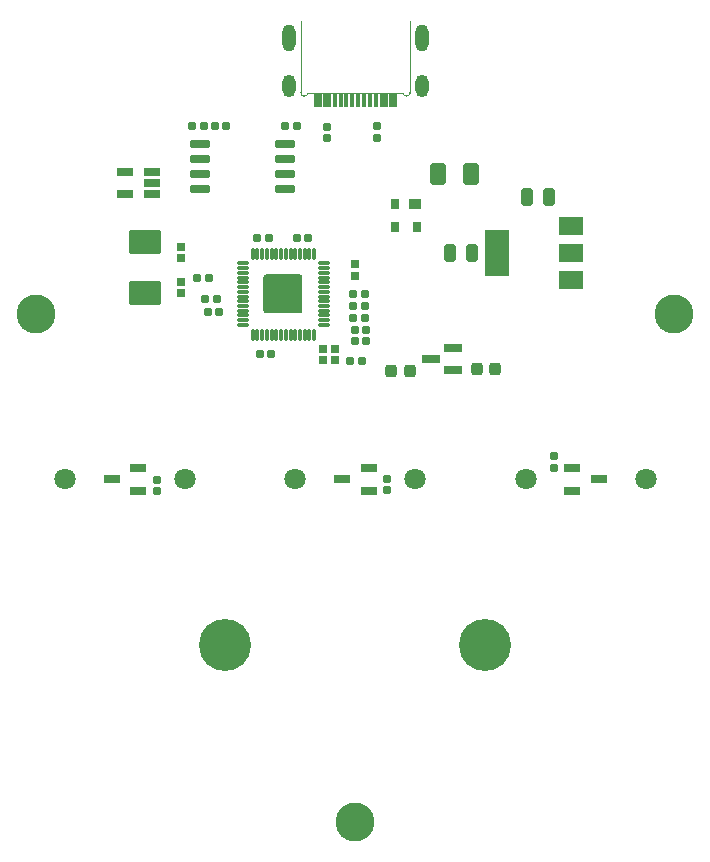
<source format=gbr>
%TF.GenerationSoftware,KiCad,Pcbnew,(7.0.0-0)*%
%TF.CreationDate,2023-03-14T21:41:36-05:00*%
%TF.ProjectId,RP2040_minimal,52503230-3430-45f6-9d69-6e696d616c2e,REV1*%
%TF.SameCoordinates,Original*%
%TF.FileFunction,Soldermask,Top*%
%TF.FilePolarity,Negative*%
%FSLAX46Y46*%
G04 Gerber Fmt 4.6, Leading zero omitted, Abs format (unit mm)*
G04 Created by KiCad (PCBNEW (7.0.0-0)) date 2023-03-14 21:41:36*
%MOMM*%
%LPD*%
G01*
G04 APERTURE LIST*
G04 Aperture macros list*
%AMRoundRect*
0 Rectangle with rounded corners*
0 $1 Rounding radius*
0 $2 $3 $4 $5 $6 $7 $8 $9 X,Y pos of 4 corners*
0 Add a 4 corners polygon primitive as box body*
4,1,4,$2,$3,$4,$5,$6,$7,$8,$9,$2,$3,0*
0 Add four circle primitives for the rounded corners*
1,1,$1+$1,$2,$3*
1,1,$1+$1,$4,$5*
1,1,$1+$1,$6,$7*
1,1,$1+$1,$8,$9*
0 Add four rect primitives between the rounded corners*
20,1,$1+$1,$2,$3,$4,$5,0*
20,1,$1+$1,$4,$5,$6,$7,0*
20,1,$1+$1,$6,$7,$8,$9,0*
20,1,$1+$1,$8,$9,$2,$3,0*%
G04 Aperture macros list end*
%TA.AperFunction,Profile*%
%ADD10C,0.120000*%
%TD*%
%ADD11RoundRect,0.294750X0.243750X0.456250X-0.243750X0.456250X-0.243750X-0.456250X0.243750X-0.456250X0*%
%ADD12RoundRect,0.198500X-0.147500X-0.172500X0.147500X-0.172500X0.147500X0.172500X-0.147500X0.172500X0*%
%ADD13RoundRect,0.198500X0.147500X0.172500X-0.147500X0.172500X-0.147500X-0.172500X0.147500X-0.172500X0*%
%ADD14RoundRect,0.051000X1.000000X0.750000X-1.000000X0.750000X-1.000000X-0.750000X1.000000X-0.750000X0*%
%ADD15RoundRect,0.051000X1.000000X1.900000X-1.000000X1.900000X-1.000000X-1.900000X1.000000X-1.900000X0*%
%ADD16RoundRect,0.201000X-0.650000X-0.150000X0.650000X-0.150000X0.650000X0.150000X-0.650000X0.150000X0*%
%ADD17RoundRect,0.198500X-0.172500X0.147500X-0.172500X-0.147500X0.172500X-0.147500X0.172500X0.147500X0*%
%ADD18RoundRect,0.101000X-0.050000X0.387500X-0.050000X-0.387500X0.050000X-0.387500X0.050000X0.387500X0*%
%ADD19RoundRect,0.101000X-0.387500X0.050000X-0.387500X-0.050000X0.387500X-0.050000X0.387500X0.050000X0*%
%ADD20RoundRect,0.195000X-1.456000X1.456000X-1.456000X-1.456000X1.456000X-1.456000X1.456000X1.456000X0*%
%ADD21RoundRect,0.198500X0.172500X-0.147500X0.172500X0.147500X-0.172500X0.147500X-0.172500X-0.147500X0*%
%ADD22RoundRect,0.051000X-1.300000X0.950000X-1.300000X-0.950000X1.300000X-0.950000X1.300000X0.950000X0*%
%ADD23RoundRect,0.191000X0.140000X0.170000X-0.140000X0.170000X-0.140000X-0.170000X0.140000X-0.170000X0*%
%ADD24RoundRect,0.201000X0.512500X0.150000X-0.512500X0.150000X-0.512500X-0.150000X0.512500X-0.150000X0*%
%ADD25RoundRect,0.276000X0.225000X0.250000X-0.225000X0.250000X-0.225000X-0.250000X0.225000X-0.250000X0*%
%ADD26RoundRect,0.201000X-0.512500X-0.150000X0.512500X-0.150000X0.512500X0.150000X-0.512500X0.150000X0*%
%ADD27RoundRect,0.050000X0.500000X0.350000X-0.500000X0.350000X-0.500000X-0.350000X0.500000X-0.350000X0*%
%ADD28RoundRect,0.050000X0.300000X0.350000X-0.300000X0.350000X-0.300000X-0.350000X0.300000X-0.350000X0*%
%ADD29RoundRect,0.201000X0.587500X0.150000X-0.587500X0.150000X-0.587500X-0.150000X0.587500X-0.150000X0*%
%ADD30RoundRect,0.191000X-0.170000X0.140000X-0.170000X-0.140000X0.170000X-0.140000X0.170000X0.140000X0*%
%ADD31RoundRect,0.191000X-0.140000X-0.170000X0.140000X-0.170000X0.140000X0.170000X-0.140000X0.170000X0*%
%ADD32RoundRect,0.051000X0.300000X0.575000X-0.300000X0.575000X-0.300000X-0.575000X0.300000X-0.575000X0*%
%ADD33RoundRect,0.051000X0.150000X0.575000X-0.150000X0.575000X-0.150000X-0.575000X0.150000X-0.575000X0*%
%ADD34O,1.102000X1.902000*%
%ADD35O,1.102000X2.302000*%
%ADD36RoundRect,0.301000X-0.375000X-0.625000X0.375000X-0.625000X0.375000X0.625000X-0.375000X0.625000X0*%
%ADD37C,3.302000*%
%ADD38C,1.802000*%
%ADD39C,4.402000*%
G04 APERTURE END LIST*
D10*
%TO.C,P1*%
X4620000Y32750000D02*
X4625000Y38850000D01*
X4025000Y32725000D02*
X-4025000Y32725000D01*
X-4620000Y32750000D02*
X-4620000Y38850000D01*
X4025000Y32725000D02*
G75*
G03*
X4620000Y32750000I297500J12500D01*
G01*
X-4620000Y32750000D02*
G75*
G03*
X-4025000Y32725000I297500J-12500D01*
G01*
%TD*%
D11*
%TO.C,C2*%
X9907500Y19150000D03*
X8032500Y19150000D03*
%TD*%
D12*
%TO.C,C12*%
X-45000Y11682500D03*
X925000Y11682500D03*
%TD*%
%TO.C,C11*%
X-45000Y12682500D03*
X925000Y12682500D03*
%TD*%
D13*
%TO.C,C8*%
X-7115000Y10635000D03*
X-8085000Y10635000D03*
%TD*%
D14*
%TO.C,U1*%
X18280000Y16880000D03*
X18280000Y19180000D03*
D15*
X11980000Y19180000D03*
D14*
X18280000Y21480000D03*
%TD*%
D16*
%TO.C,U4*%
X-13155000Y28412500D03*
X-13155000Y27142500D03*
X-13155000Y25872500D03*
X-13155000Y24602500D03*
X-5955000Y24602500D03*
X-5955000Y25872500D03*
X-5955000Y27142500D03*
X-5955000Y28412500D03*
%TD*%
D17*
%TO.C,C17*%
X-14792519Y16724000D03*
X-14792519Y15754000D03*
%TD*%
D12*
%TO.C,C5*%
X-160000Y15715000D03*
X810000Y15715000D03*
%TD*%
D13*
%TO.C,C7*%
X-3992500Y20402500D03*
X-4962500Y20402500D03*
%TD*%
%TO.C,C10*%
X-11740000Y15279000D03*
X-12710000Y15279000D03*
%TD*%
%TO.C,R5*%
X810876Y14697500D03*
X-159124Y14697500D03*
%TD*%
%TO.C,C4*%
X-11500000Y14172500D03*
X-12470000Y14172500D03*
%TD*%
D11*
%TO.C,C1*%
X16387500Y23940000D03*
X14512500Y23940000D03*
%TD*%
D13*
%TO.C,C6*%
X-7342500Y20432500D03*
X-8312500Y20432500D03*
%TD*%
D18*
%TO.C,U5*%
X-3485000Y19122500D03*
X-3885000Y19122500D03*
X-4285000Y19122500D03*
X-4685000Y19122500D03*
X-5085000Y19122500D03*
X-5485000Y19122500D03*
X-5885000Y19122500D03*
X-6285000Y19122500D03*
X-6685000Y19122500D03*
X-7085000Y19122500D03*
X-7485000Y19122500D03*
X-7885000Y19122500D03*
X-8285000Y19122500D03*
X-8685000Y19122500D03*
D19*
X-9522500Y18285000D03*
X-9522500Y17885000D03*
X-9522500Y17485000D03*
X-9522500Y17085000D03*
X-9522500Y16685000D03*
X-9522500Y16285000D03*
X-9522500Y15885000D03*
X-9522500Y15485000D03*
X-9522500Y15085000D03*
X-9522500Y14685000D03*
X-9522500Y14285000D03*
X-9522500Y13885000D03*
X-9522500Y13485000D03*
X-9522500Y13085000D03*
D18*
X-8685000Y12247500D03*
X-8285000Y12247500D03*
X-7885000Y12247500D03*
X-7485000Y12247500D03*
X-7085000Y12247500D03*
X-6685000Y12247500D03*
X-6285000Y12247500D03*
X-5885000Y12247500D03*
X-5485000Y12247500D03*
X-5085000Y12247500D03*
X-4685000Y12247500D03*
X-4285000Y12247500D03*
X-3885000Y12247500D03*
X-3485000Y12247500D03*
D19*
X-2647500Y13085000D03*
X-2647500Y13485000D03*
X-2647500Y13885000D03*
X-2647500Y14285000D03*
X-2647500Y14685000D03*
X-2647500Y15085000D03*
X-2647500Y15485000D03*
X-2647500Y15885000D03*
X-2647500Y16285000D03*
X-2647500Y16685000D03*
X-2647500Y17085000D03*
X-2647500Y17485000D03*
X-2647500Y17885000D03*
X-2647500Y18285000D03*
D20*
X-6085000Y15685000D03*
%TD*%
D21*
%TO.C,C16*%
X-14792519Y18724000D03*
X-14792519Y19694000D03*
%TD*%
D13*
%TO.C,R6*%
X810876Y13697500D03*
X-159124Y13697500D03*
%TD*%
D21*
%TO.C,C3*%
X10000Y17255000D03*
X10000Y18225000D03*
%TD*%
D12*
%TO.C,C15*%
X-5940000Y29907500D03*
X-4970000Y29907500D03*
%TD*%
D13*
%TO.C,R8*%
X-12422519Y17024000D03*
X-13392519Y17024000D03*
%TD*%
D22*
%TO.C,Y1*%
X-17816838Y20112500D03*
X-17816838Y15812500D03*
%TD*%
D23*
%TO.C,R9*%
X-10910000Y29930000D03*
X-11870000Y29930000D03*
%TD*%
D24*
%TO.C,Q1*%
X-17220000Y24160000D03*
X-17220000Y25110000D03*
X-17220000Y26060000D03*
X-19495000Y26060000D03*
X-19495000Y24160000D03*
%TD*%
D25*
%TO.C,R4*%
X4610000Y9220000D03*
X3060000Y9220000D03*
%TD*%
D26*
%TO.C,S3*%
X18362500Y950000D03*
X18362500Y-950000D03*
X20637500Y0D03*
%TD*%
D25*
%TO.C,R1*%
X11820000Y9320000D03*
X10270000Y9320000D03*
%TD*%
D27*
%TO.C,U3*%
X5040000Y23335000D03*
D28*
X3340000Y23335000D03*
X3340000Y21335000D03*
X5240000Y21335000D03*
%TD*%
D24*
%TO.C,S2*%
X1137500Y-950000D03*
X1137500Y950000D03*
X-1137500Y0D03*
%TD*%
D29*
%TO.C,U2*%
X8250000Y9260000D03*
X8250000Y11160000D03*
X6375000Y10210000D03*
%TD*%
D30*
%TO.C,R2*%
X1854000Y29896000D03*
X1854000Y28936000D03*
%TD*%
D12*
%TO.C,C14*%
X-445000Y10050000D03*
X525000Y10050000D03*
%TD*%
D24*
%TO.C,S1*%
X-18362500Y-950000D03*
X-18362500Y950000D03*
X-20637500Y0D03*
%TD*%
D30*
%TO.C,C18*%
X-16810000Y-20000D03*
X-16810000Y-980000D03*
%TD*%
D17*
%TO.C,C9*%
X-2775000Y11057500D03*
X-2775000Y10087500D03*
%TD*%
%TO.C,C13*%
X-1745000Y11057500D03*
X-1745000Y10087500D03*
%TD*%
D30*
%TO.C,C20*%
X16840000Y1956000D03*
X16840000Y996000D03*
%TD*%
%TO.C,R3*%
X-2430000Y29880000D03*
X-2430000Y28920000D03*
%TD*%
%TO.C,C19*%
X2700000Y40000D03*
X2700000Y-920000D03*
%TD*%
D31*
%TO.C,R7*%
X-13810000Y29940000D03*
X-12850000Y29940000D03*
%TD*%
D32*
%TO.C,P1*%
X3200000Y32125000D03*
X2400000Y32125000D03*
D33*
X1250000Y32125000D03*
X250000Y32125000D03*
X-250000Y32125000D03*
X-1250000Y32125000D03*
D32*
X-2400000Y32125000D03*
X-3200000Y32125000D03*
X-3200000Y32125000D03*
X-2400000Y32125000D03*
D33*
X-1750000Y32125000D03*
X-750000Y32125000D03*
X750000Y32125000D03*
X1750000Y32125000D03*
D32*
X2400000Y32125000D03*
X3200000Y32125000D03*
D34*
X5619999Y33349999D03*
D35*
X5619999Y37349999D03*
D34*
X-5619999Y33349999D03*
D35*
X-5619999Y37349999D03*
%TD*%
D36*
%TO.C,F1*%
X7030000Y25840000D03*
X9830000Y25840000D03*
%TD*%
D37*
%TO.C,H3*%
X0Y-29000000D03*
%TD*%
D38*
%TO.C,REF\u002A\u002A*%
X24580000Y0D03*
X14420000Y0D03*
%TD*%
%TO.C,REF\u002A\u002A*%
X5080000Y0D03*
X-5080000Y0D03*
%TD*%
D37*
%TO.C,H2*%
X-27000000Y14000000D03*
%TD*%
%TO.C,H1*%
X27000000Y14000000D03*
%TD*%
D38*
%TO.C,REF\u002A\u002A*%
X-14420000Y0D03*
X-24580000Y0D03*
%TD*%
D39*
%TO.C,H4*%
X-11000000Y-14000000D03*
%TD*%
%TO.C,H5*%
X11000000Y-14000000D03*
%TD*%
M02*

</source>
